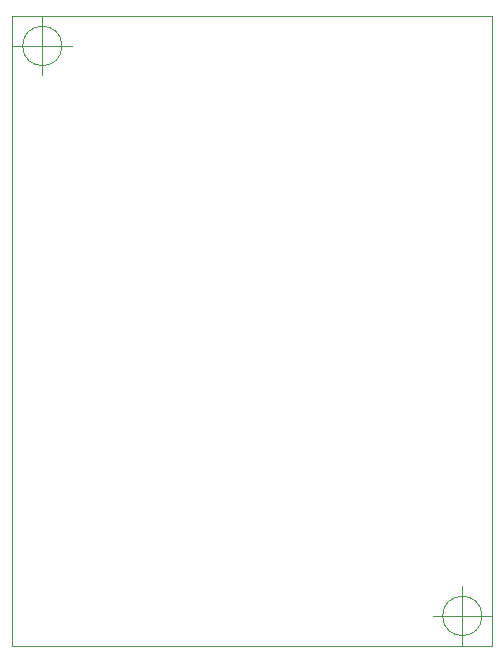
<source format=gbr>
%TF.GenerationSoftware,KiCad,Pcbnew,5.1.4-3.fc31*%
%TF.CreationDate,2019-11-08T16:10:22+01:00*%
%TF.ProjectId,LED_display,4c45445f-6469-4737-906c-61792e6b6963,rev?*%
%TF.SameCoordinates,PX76b1be0PY76b1be0*%
%TF.FileFunction,Profile,NP*%
%FSLAX46Y46*%
G04 Gerber Fmt 4.6, Leading zero omitted, Abs format (unit mm)*
G04 Created by KiCad (PCBNEW 5.1.4-3.fc31) date 2019-11-08 16:10:22*
%MOMM*%
%LPD*%
G04 APERTURE LIST*
%ADD10C,0.050000*%
G04 APERTURE END LIST*
D10*
X39766666Y2540000D02*
G75*
G03X39766666Y2540000I-1666666J0D01*
G01*
X35600000Y2540000D02*
X40600000Y2540000D01*
X38100000Y5040000D02*
X38100000Y40000D01*
X4206666Y50800000D02*
G75*
G03X4206666Y50800000I-1666666J0D01*
G01*
X40000Y50800000D02*
X5040000Y50800000D01*
X2540000Y53300000D02*
X2540000Y48300000D01*
X0Y53340000D02*
X0Y50800000D01*
X40640000Y53340000D02*
X0Y53340000D01*
X40640000Y0D02*
X40640000Y53340000D01*
X0Y0D02*
X40640000Y0D01*
X0Y50800000D02*
X0Y0D01*
M02*

</source>
